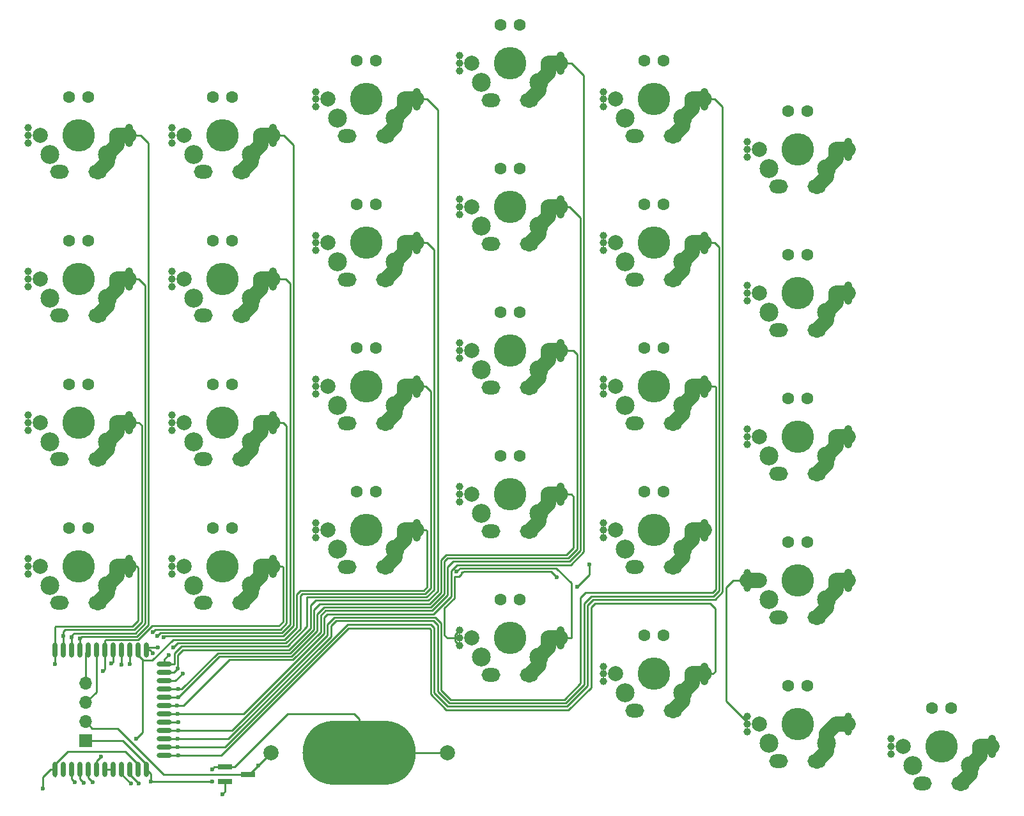
<source format=gtl>
G04 #@! TF.GenerationSoftware,KiCad,Pcbnew,(5.0.1)-3*
G04 #@! TF.CreationDate,2018-11-01T21:26:11+07:00*
G04 #@! TF.ProjectId,atreus_split,6174726575735F73706C69742E6B6963,rev?*
G04 #@! TF.SameCoordinates,Original*
G04 #@! TF.FileFunction,Copper,L1,Top,Signal*
G04 #@! TF.FilePolarity,Positive*
%FSLAX46Y46*%
G04 Gerber Fmt 4.6, Leading zero omitted, Abs format (unit mm)*
G04 Created by KiCad (PCBNEW (5.0.1)-3) date 01-Nov-18 21:26:11*
%MOMM*%
%LPD*%
G01*
G04 APERTURE LIST*
G04 #@! TA.AperFunction,ComponentPad*
%ADD10C,1.600000*%
G04 #@! TD*
G04 #@! TA.AperFunction,ComponentPad*
%ADD11C,1.000000*%
G04 #@! TD*
G04 #@! TA.AperFunction,ComponentPad*
%ADD12C,4.300000*%
G04 #@! TD*
G04 #@! TA.AperFunction,ComponentPad*
%ADD13C,2.000000*%
G04 #@! TD*
G04 #@! TA.AperFunction,ComponentPad*
%ADD14C,2.500000*%
G04 #@! TD*
G04 #@! TA.AperFunction,ComponentPad*
%ADD15O,2.500000X1.800000*%
G04 #@! TD*
G04 #@! TA.AperFunction,SMDPad,CuDef*
%ADD16O,2.000000X0.700000*%
G04 #@! TD*
G04 #@! TA.AperFunction,SMDPad,CuDef*
%ADD17O,0.700000X2.000000*%
G04 #@! TD*
G04 #@! TA.AperFunction,SMDPad,CuDef*
%ADD18O,15.000000X8.500000*%
G04 #@! TD*
G04 #@! TA.AperFunction,ComponentPad*
%ADD19R,1.700000X1.700000*%
G04 #@! TD*
G04 #@! TA.AperFunction,ComponentPad*
%ADD20O,1.700000X1.700000*%
G04 #@! TD*
G04 #@! TA.AperFunction,SMDPad,CuDef*
%ADD21R,1.900000X0.800000*%
G04 #@! TD*
G04 #@! TA.AperFunction,ViaPad*
%ADD22C,0.600000*%
G04 #@! TD*
G04 #@! TA.AperFunction,Conductor*
%ADD23C,0.250000*%
G04 #@! TD*
G04 #@! TA.AperFunction,Conductor*
%ADD24C,2.000000*%
G04 #@! TD*
G04 #@! TA.AperFunction,Conductor*
%ADD25C,1.000000*%
G04 #@! TD*
G04 APERTURE END LIST*
D10*
G04 #@! TO.P,S71,0*
G04 #@! TO.N,N/C*
X151130000Y-114090000D03*
X153670000Y-114090000D03*
D11*
G04 #@! TO.P,S71,2*
G04 #@! TO.N,/S71*
X159100000Y-120170000D03*
X159100000Y-118170000D03*
X159100000Y-119170000D03*
D12*
G04 #@! TO.P,S71,0*
G04 #@! TO.N,N/C*
X152400000Y-119170000D03*
D13*
G04 #@! TO.P,S71,2*
G04 #@! TO.N,/S71*
X157480000Y-119170000D03*
G04 #@! TO.P,S71,1*
G04 #@! TO.N,GND*
X147320000Y-119170000D03*
D14*
G04 #@! TO.P,S71,2*
G04 #@! TO.N,/S71*
X156210000Y-121710000D03*
D15*
G04 #@! TO.P,S71,1*
G04 #@! TO.N,GND*
X149860000Y-124046800D03*
D14*
X148590000Y-121710000D03*
D15*
G04 #@! TO.P,S71,2*
G04 #@! TO.N,/S71*
X154940000Y-124046800D03*
D11*
G04 #@! TO.P,S71,1*
G04 #@! TO.N,GND*
X145700000Y-119170000D03*
X145700000Y-120170000D03*
X145700000Y-118170000D03*
G04 #@! TD*
D10*
G04 #@! TO.P,S65,0*
G04 #@! TO.N,N/C*
X132080000Y-111125000D03*
X134620000Y-111125000D03*
D11*
G04 #@! TO.P,S65,2*
G04 #@! TO.N,/S65*
X140050000Y-117205000D03*
X140050000Y-115205000D03*
X140050000Y-116205000D03*
D12*
G04 #@! TO.P,S65,0*
G04 #@! TO.N,N/C*
X133350000Y-116205000D03*
D13*
G04 #@! TO.P,S65,2*
G04 #@! TO.N,/S65*
X138430000Y-116205000D03*
G04 #@! TO.P,S65,1*
G04 #@! TO.N,GND*
X128270000Y-116205000D03*
D14*
G04 #@! TO.P,S65,2*
G04 #@! TO.N,/S65*
X137160000Y-118745000D03*
D15*
G04 #@! TO.P,S65,1*
G04 #@! TO.N,GND*
X130810000Y-121081800D03*
D14*
X129540000Y-118745000D03*
D15*
G04 #@! TO.P,S65,2*
G04 #@! TO.N,/S65*
X135890000Y-121081800D03*
D11*
G04 #@! TO.P,S65,1*
G04 #@! TO.N,GND*
X126650000Y-116205000D03*
X126650000Y-117205000D03*
X126650000Y-115205000D03*
G04 #@! TD*
D10*
G04 #@! TO.P,S11,0*
G04 #@! TO.N,N/C*
X36830000Y-33020000D03*
X39370000Y-33020000D03*
D11*
G04 #@! TO.P,S11,2*
G04 #@! TO.N,/S11*
X44800000Y-39100000D03*
X44800000Y-37100000D03*
X44800000Y-38100000D03*
D12*
G04 #@! TO.P,S11,0*
G04 #@! TO.N,N/C*
X38100000Y-38100000D03*
D13*
G04 #@! TO.P,S11,2*
G04 #@! TO.N,/S11*
X43180000Y-38100000D03*
G04 #@! TO.P,S11,1*
G04 #@! TO.N,GND*
X33020000Y-38100000D03*
D14*
G04 #@! TO.P,S11,2*
G04 #@! TO.N,/S11*
X41910000Y-40640000D03*
D15*
G04 #@! TO.P,S11,1*
G04 #@! TO.N,GND*
X35560000Y-42976800D03*
D14*
X34290000Y-40640000D03*
D15*
G04 #@! TO.P,S11,2*
G04 #@! TO.N,/S11*
X40640000Y-42976800D03*
D11*
G04 #@! TO.P,S11,1*
G04 #@! TO.N,GND*
X31400000Y-38100000D03*
X31400000Y-39100000D03*
X31400000Y-37100000D03*
G04 #@! TD*
D10*
G04 #@! TO.P,S12,0*
G04 #@! TO.N,N/C*
X36830000Y-52070000D03*
X39370000Y-52070000D03*
D11*
G04 #@! TO.P,S12,2*
G04 #@! TO.N,/S12*
X44800000Y-58150000D03*
X44800000Y-56150000D03*
X44800000Y-57150000D03*
D12*
G04 #@! TO.P,S12,0*
G04 #@! TO.N,N/C*
X38100000Y-57150000D03*
D13*
G04 #@! TO.P,S12,2*
G04 #@! TO.N,/S12*
X43180000Y-57150000D03*
G04 #@! TO.P,S12,1*
G04 #@! TO.N,GND*
X33020000Y-57150000D03*
D14*
G04 #@! TO.P,S12,2*
G04 #@! TO.N,/S12*
X41910000Y-59690000D03*
D15*
G04 #@! TO.P,S12,1*
G04 #@! TO.N,GND*
X35560000Y-62026800D03*
D14*
X34290000Y-59690000D03*
D15*
G04 #@! TO.P,S12,2*
G04 #@! TO.N,/S12*
X40640000Y-62026800D03*
D11*
G04 #@! TO.P,S12,1*
G04 #@! TO.N,GND*
X31400000Y-57150000D03*
X31400000Y-58150000D03*
X31400000Y-56150000D03*
G04 #@! TD*
D10*
G04 #@! TO.P,S13,0*
G04 #@! TO.N,N/C*
X36830000Y-71120000D03*
X39370000Y-71120000D03*
D11*
G04 #@! TO.P,S13,2*
G04 #@! TO.N,/S13*
X44800000Y-77200000D03*
X44800000Y-75200000D03*
X44800000Y-76200000D03*
D12*
G04 #@! TO.P,S13,0*
G04 #@! TO.N,N/C*
X38100000Y-76200000D03*
D13*
G04 #@! TO.P,S13,2*
G04 #@! TO.N,/S13*
X43180000Y-76200000D03*
G04 #@! TO.P,S13,1*
G04 #@! TO.N,GND*
X33020000Y-76200000D03*
D14*
G04 #@! TO.P,S13,2*
G04 #@! TO.N,/S13*
X41910000Y-78740000D03*
D15*
G04 #@! TO.P,S13,1*
G04 #@! TO.N,GND*
X35560000Y-81076800D03*
D14*
X34290000Y-78740000D03*
D15*
G04 #@! TO.P,S13,2*
G04 #@! TO.N,/S13*
X40640000Y-81076800D03*
D11*
G04 #@! TO.P,S13,1*
G04 #@! TO.N,GND*
X31400000Y-76200000D03*
X31400000Y-77200000D03*
X31400000Y-75200000D03*
G04 #@! TD*
D10*
G04 #@! TO.P,S14,0*
G04 #@! TO.N,N/C*
X36830000Y-90170000D03*
X39370000Y-90170000D03*
D11*
G04 #@! TO.P,S14,2*
G04 #@! TO.N,/S14*
X44800000Y-96250000D03*
X44800000Y-94250000D03*
X44800000Y-95250000D03*
D12*
G04 #@! TO.P,S14,0*
G04 #@! TO.N,N/C*
X38100000Y-95250000D03*
D13*
G04 #@! TO.P,S14,2*
G04 #@! TO.N,/S14*
X43180000Y-95250000D03*
G04 #@! TO.P,S14,1*
G04 #@! TO.N,GND*
X33020000Y-95250000D03*
D14*
G04 #@! TO.P,S14,2*
G04 #@! TO.N,/S14*
X41910000Y-97790000D03*
D15*
G04 #@! TO.P,S14,1*
G04 #@! TO.N,GND*
X35560000Y-100126800D03*
D14*
X34290000Y-97790000D03*
D15*
G04 #@! TO.P,S14,2*
G04 #@! TO.N,/S14*
X40640000Y-100126800D03*
D11*
G04 #@! TO.P,S14,1*
G04 #@! TO.N,GND*
X31400000Y-95250000D03*
X31400000Y-96250000D03*
X31400000Y-94250000D03*
G04 #@! TD*
D10*
G04 #@! TO.P,S21,0*
G04 #@! TO.N,N/C*
X55880000Y-33020000D03*
X58420000Y-33020000D03*
D11*
G04 #@! TO.P,S21,2*
G04 #@! TO.N,/S21*
X63850000Y-39100000D03*
X63850000Y-37100000D03*
X63850000Y-38100000D03*
D12*
G04 #@! TO.P,S21,0*
G04 #@! TO.N,N/C*
X57150000Y-38100000D03*
D13*
G04 #@! TO.P,S21,2*
G04 #@! TO.N,/S21*
X62230000Y-38100000D03*
G04 #@! TO.P,S21,1*
G04 #@! TO.N,GND*
X52070000Y-38100000D03*
D14*
G04 #@! TO.P,S21,2*
G04 #@! TO.N,/S21*
X60960000Y-40640000D03*
D15*
G04 #@! TO.P,S21,1*
G04 #@! TO.N,GND*
X54610000Y-42976800D03*
D14*
X53340000Y-40640000D03*
D15*
G04 #@! TO.P,S21,2*
G04 #@! TO.N,/S21*
X59690000Y-42976800D03*
D11*
G04 #@! TO.P,S21,1*
G04 #@! TO.N,GND*
X50450000Y-38100000D03*
X50450000Y-39100000D03*
X50450000Y-37100000D03*
G04 #@! TD*
D10*
G04 #@! TO.P,S22,0*
G04 #@! TO.N,N/C*
X55880000Y-52070000D03*
X58420000Y-52070000D03*
D11*
G04 #@! TO.P,S22,2*
G04 #@! TO.N,/S22*
X63850000Y-58150000D03*
X63850000Y-56150000D03*
X63850000Y-57150000D03*
D12*
G04 #@! TO.P,S22,0*
G04 #@! TO.N,N/C*
X57150000Y-57150000D03*
D13*
G04 #@! TO.P,S22,2*
G04 #@! TO.N,/S22*
X62230000Y-57150000D03*
G04 #@! TO.P,S22,1*
G04 #@! TO.N,GND*
X52070000Y-57150000D03*
D14*
G04 #@! TO.P,S22,2*
G04 #@! TO.N,/S22*
X60960000Y-59690000D03*
D15*
G04 #@! TO.P,S22,1*
G04 #@! TO.N,GND*
X54610000Y-62026800D03*
D14*
X53340000Y-59690000D03*
D15*
G04 #@! TO.P,S22,2*
G04 #@! TO.N,/S22*
X59690000Y-62026800D03*
D11*
G04 #@! TO.P,S22,1*
G04 #@! TO.N,GND*
X50450000Y-57150000D03*
X50450000Y-58150000D03*
X50450000Y-56150000D03*
G04 #@! TD*
D10*
G04 #@! TO.P,S23,0*
G04 #@! TO.N,N/C*
X55880000Y-71120000D03*
X58420000Y-71120000D03*
D11*
G04 #@! TO.P,S23,2*
G04 #@! TO.N,/S23*
X63850000Y-77200000D03*
X63850000Y-75200000D03*
X63850000Y-76200000D03*
D12*
G04 #@! TO.P,S23,0*
G04 #@! TO.N,N/C*
X57150000Y-76200000D03*
D13*
G04 #@! TO.P,S23,2*
G04 #@! TO.N,/S23*
X62230000Y-76200000D03*
G04 #@! TO.P,S23,1*
G04 #@! TO.N,GND*
X52070000Y-76200000D03*
D14*
G04 #@! TO.P,S23,2*
G04 #@! TO.N,/S23*
X60960000Y-78740000D03*
D15*
G04 #@! TO.P,S23,1*
G04 #@! TO.N,GND*
X54610000Y-81076800D03*
D14*
X53340000Y-78740000D03*
D15*
G04 #@! TO.P,S23,2*
G04 #@! TO.N,/S23*
X59690000Y-81076800D03*
D11*
G04 #@! TO.P,S23,1*
G04 #@! TO.N,GND*
X50450000Y-76200000D03*
X50450000Y-77200000D03*
X50450000Y-75200000D03*
G04 #@! TD*
D10*
G04 #@! TO.P,S24,0*
G04 #@! TO.N,N/C*
X55880000Y-90170000D03*
X58420000Y-90170000D03*
D11*
G04 #@! TO.P,S24,2*
G04 #@! TO.N,/S24*
X63850000Y-96250000D03*
X63850000Y-94250000D03*
X63850000Y-95250000D03*
D12*
G04 #@! TO.P,S24,0*
G04 #@! TO.N,N/C*
X57150000Y-95250000D03*
D13*
G04 #@! TO.P,S24,2*
G04 #@! TO.N,/S24*
X62230000Y-95250000D03*
G04 #@! TO.P,S24,1*
G04 #@! TO.N,GND*
X52070000Y-95250000D03*
D14*
G04 #@! TO.P,S24,2*
G04 #@! TO.N,/S24*
X60960000Y-97790000D03*
D15*
G04 #@! TO.P,S24,1*
G04 #@! TO.N,GND*
X54610000Y-100126800D03*
D14*
X53340000Y-97790000D03*
D15*
G04 #@! TO.P,S24,2*
G04 #@! TO.N,/S24*
X59690000Y-100126800D03*
D11*
G04 #@! TO.P,S24,1*
G04 #@! TO.N,GND*
X50450000Y-95250000D03*
X50450000Y-96250000D03*
X50450000Y-94250000D03*
G04 #@! TD*
D10*
G04 #@! TO.P,S31,0*
G04 #@! TO.N,N/C*
X74930000Y-28257500D03*
X77470000Y-28257500D03*
D11*
G04 #@! TO.P,S31,2*
G04 #@! TO.N,/S31*
X82900000Y-34337500D03*
X82900000Y-32337500D03*
X82900000Y-33337500D03*
D12*
G04 #@! TO.P,S31,0*
G04 #@! TO.N,N/C*
X76200000Y-33337500D03*
D13*
G04 #@! TO.P,S31,2*
G04 #@! TO.N,/S31*
X81280000Y-33337500D03*
G04 #@! TO.P,S31,1*
G04 #@! TO.N,GND*
X71120000Y-33337500D03*
D14*
G04 #@! TO.P,S31,2*
G04 #@! TO.N,/S31*
X80010000Y-35877500D03*
D15*
G04 #@! TO.P,S31,1*
G04 #@! TO.N,GND*
X73660000Y-38214300D03*
D14*
X72390000Y-35877500D03*
D15*
G04 #@! TO.P,S31,2*
G04 #@! TO.N,/S31*
X78740000Y-38214300D03*
D11*
G04 #@! TO.P,S31,1*
G04 #@! TO.N,GND*
X69500000Y-33337500D03*
X69500000Y-34337500D03*
X69500000Y-32337500D03*
G04 #@! TD*
D10*
G04 #@! TO.P,S32,0*
G04 #@! TO.N,N/C*
X74930000Y-47307500D03*
X77470000Y-47307500D03*
D11*
G04 #@! TO.P,S32,2*
G04 #@! TO.N,/S32*
X82900000Y-53387500D03*
X82900000Y-51387500D03*
X82900000Y-52387500D03*
D12*
G04 #@! TO.P,S32,0*
G04 #@! TO.N,N/C*
X76200000Y-52387500D03*
D13*
G04 #@! TO.P,S32,2*
G04 #@! TO.N,/S32*
X81280000Y-52387500D03*
G04 #@! TO.P,S32,1*
G04 #@! TO.N,GND*
X71120000Y-52387500D03*
D14*
G04 #@! TO.P,S32,2*
G04 #@! TO.N,/S32*
X80010000Y-54927500D03*
D15*
G04 #@! TO.P,S32,1*
G04 #@! TO.N,GND*
X73660000Y-57264300D03*
D14*
X72390000Y-54927500D03*
D15*
G04 #@! TO.P,S32,2*
G04 #@! TO.N,/S32*
X78740000Y-57264300D03*
D11*
G04 #@! TO.P,S32,1*
G04 #@! TO.N,GND*
X69500000Y-52387500D03*
X69500000Y-53387500D03*
X69500000Y-51387500D03*
G04 #@! TD*
D10*
G04 #@! TO.P,S33,0*
G04 #@! TO.N,N/C*
X74930000Y-66357500D03*
X77470000Y-66357500D03*
D11*
G04 #@! TO.P,S33,2*
G04 #@! TO.N,/S33*
X82900000Y-72437500D03*
X82900000Y-70437500D03*
X82900000Y-71437500D03*
D12*
G04 #@! TO.P,S33,0*
G04 #@! TO.N,N/C*
X76200000Y-71437500D03*
D13*
G04 #@! TO.P,S33,2*
G04 #@! TO.N,/S33*
X81280000Y-71437500D03*
G04 #@! TO.P,S33,1*
G04 #@! TO.N,GND*
X71120000Y-71437500D03*
D14*
G04 #@! TO.P,S33,2*
G04 #@! TO.N,/S33*
X80010000Y-73977500D03*
D15*
G04 #@! TO.P,S33,1*
G04 #@! TO.N,GND*
X73660000Y-76314300D03*
D14*
X72390000Y-73977500D03*
D15*
G04 #@! TO.P,S33,2*
G04 #@! TO.N,/S33*
X78740000Y-76314300D03*
D11*
G04 #@! TO.P,S33,1*
G04 #@! TO.N,GND*
X69500000Y-71437500D03*
X69500000Y-72437500D03*
X69500000Y-70437500D03*
G04 #@! TD*
D10*
G04 #@! TO.P,S34,0*
G04 #@! TO.N,N/C*
X74930000Y-85407500D03*
X77470000Y-85407500D03*
D11*
G04 #@! TO.P,S34,2*
G04 #@! TO.N,/S34*
X82900000Y-91487500D03*
X82900000Y-89487500D03*
X82900000Y-90487500D03*
D12*
G04 #@! TO.P,S34,0*
G04 #@! TO.N,N/C*
X76200000Y-90487500D03*
D13*
G04 #@! TO.P,S34,2*
G04 #@! TO.N,/S34*
X81280000Y-90487500D03*
G04 #@! TO.P,S34,1*
G04 #@! TO.N,GND*
X71120000Y-90487500D03*
D14*
G04 #@! TO.P,S34,2*
G04 #@! TO.N,/S34*
X80010000Y-93027500D03*
D15*
G04 #@! TO.P,S34,1*
G04 #@! TO.N,GND*
X73660000Y-95364300D03*
D14*
X72390000Y-93027500D03*
D15*
G04 #@! TO.P,S34,2*
G04 #@! TO.N,/S34*
X78740000Y-95364300D03*
D11*
G04 #@! TO.P,S34,1*
G04 #@! TO.N,GND*
X69500000Y-90487500D03*
X69500000Y-91487500D03*
X69500000Y-89487500D03*
G04 #@! TD*
D10*
G04 #@! TO.P,S41,0*
G04 #@! TO.N,N/C*
X93980000Y-23495000D03*
X96520000Y-23495000D03*
D11*
G04 #@! TO.P,S41,2*
G04 #@! TO.N,/S41*
X101950000Y-29575000D03*
X101950000Y-27575000D03*
X101950000Y-28575000D03*
D12*
G04 #@! TO.P,S41,0*
G04 #@! TO.N,N/C*
X95250000Y-28575000D03*
D13*
G04 #@! TO.P,S41,2*
G04 #@! TO.N,/S41*
X100330000Y-28575000D03*
G04 #@! TO.P,S41,1*
G04 #@! TO.N,GND*
X90170000Y-28575000D03*
D14*
G04 #@! TO.P,S41,2*
G04 #@! TO.N,/S41*
X99060000Y-31115000D03*
D15*
G04 #@! TO.P,S41,1*
G04 #@! TO.N,GND*
X92710000Y-33451800D03*
D14*
X91440000Y-31115000D03*
D15*
G04 #@! TO.P,S41,2*
G04 #@! TO.N,/S41*
X97790000Y-33451800D03*
D11*
G04 #@! TO.P,S41,1*
G04 #@! TO.N,GND*
X88550000Y-28575000D03*
X88550000Y-29575000D03*
X88550000Y-27575000D03*
G04 #@! TD*
D10*
G04 #@! TO.P,S42,0*
G04 #@! TO.N,N/C*
X93980000Y-42545000D03*
X96520000Y-42545000D03*
D11*
G04 #@! TO.P,S42,2*
G04 #@! TO.N,/S42*
X101950000Y-48625000D03*
X101950000Y-46625000D03*
X101950000Y-47625000D03*
D12*
G04 #@! TO.P,S42,0*
G04 #@! TO.N,N/C*
X95250000Y-47625000D03*
D13*
G04 #@! TO.P,S42,2*
G04 #@! TO.N,/S42*
X100330000Y-47625000D03*
G04 #@! TO.P,S42,1*
G04 #@! TO.N,GND*
X90170000Y-47625000D03*
D14*
G04 #@! TO.P,S42,2*
G04 #@! TO.N,/S42*
X99060000Y-50165000D03*
D15*
G04 #@! TO.P,S42,1*
G04 #@! TO.N,GND*
X92710000Y-52501800D03*
D14*
X91440000Y-50165000D03*
D15*
G04 #@! TO.P,S42,2*
G04 #@! TO.N,/S42*
X97790000Y-52501800D03*
D11*
G04 #@! TO.P,S42,1*
G04 #@! TO.N,GND*
X88550000Y-47625000D03*
X88550000Y-48625000D03*
X88550000Y-46625000D03*
G04 #@! TD*
D10*
G04 #@! TO.P,S43,0*
G04 #@! TO.N,N/C*
X93980000Y-61595000D03*
X96520000Y-61595000D03*
D11*
G04 #@! TO.P,S43,2*
G04 #@! TO.N,/S43*
X101950000Y-67675000D03*
X101950000Y-65675000D03*
X101950000Y-66675000D03*
D12*
G04 #@! TO.P,S43,0*
G04 #@! TO.N,N/C*
X95250000Y-66675000D03*
D13*
G04 #@! TO.P,S43,2*
G04 #@! TO.N,/S43*
X100330000Y-66675000D03*
G04 #@! TO.P,S43,1*
G04 #@! TO.N,GND*
X90170000Y-66675000D03*
D14*
G04 #@! TO.P,S43,2*
G04 #@! TO.N,/S43*
X99060000Y-69215000D03*
D15*
G04 #@! TO.P,S43,1*
G04 #@! TO.N,GND*
X92710000Y-71551800D03*
D14*
X91440000Y-69215000D03*
D15*
G04 #@! TO.P,S43,2*
G04 #@! TO.N,/S43*
X97790000Y-71551800D03*
D11*
G04 #@! TO.P,S43,1*
G04 #@! TO.N,GND*
X88550000Y-66675000D03*
X88550000Y-67675000D03*
X88550000Y-65675000D03*
G04 #@! TD*
D10*
G04 #@! TO.P,S44,0*
G04 #@! TO.N,N/C*
X93980000Y-80645000D03*
X96520000Y-80645000D03*
D11*
G04 #@! TO.P,S44,2*
G04 #@! TO.N,/S44*
X101950000Y-86725000D03*
X101950000Y-84725000D03*
X101950000Y-85725000D03*
D12*
G04 #@! TO.P,S44,0*
G04 #@! TO.N,N/C*
X95250000Y-85725000D03*
D13*
G04 #@! TO.P,S44,2*
G04 #@! TO.N,/S44*
X100330000Y-85725000D03*
G04 #@! TO.P,S44,1*
G04 #@! TO.N,GND*
X90170000Y-85725000D03*
D14*
G04 #@! TO.P,S44,2*
G04 #@! TO.N,/S44*
X99060000Y-88265000D03*
D15*
G04 #@! TO.P,S44,1*
G04 #@! TO.N,GND*
X92710000Y-90601800D03*
D14*
X91440000Y-88265000D03*
D15*
G04 #@! TO.P,S44,2*
G04 #@! TO.N,/S44*
X97790000Y-90601800D03*
D11*
G04 #@! TO.P,S44,1*
G04 #@! TO.N,GND*
X88550000Y-85725000D03*
X88550000Y-86725000D03*
X88550000Y-84725000D03*
G04 #@! TD*
D10*
G04 #@! TO.P,S45,0*
G04 #@! TO.N,N/C*
X93980000Y-99695000D03*
X96520000Y-99695000D03*
D11*
G04 #@! TO.P,S45,2*
G04 #@! TO.N,/S45*
X101950000Y-105775000D03*
X101950000Y-103775000D03*
X101950000Y-104775000D03*
D12*
G04 #@! TO.P,S45,0*
G04 #@! TO.N,N/C*
X95250000Y-104775000D03*
D13*
G04 #@! TO.P,S45,2*
G04 #@! TO.N,/S45*
X100330000Y-104775000D03*
G04 #@! TO.P,S45,1*
G04 #@! TO.N,GND*
X90170000Y-104775000D03*
D14*
G04 #@! TO.P,S45,2*
G04 #@! TO.N,/S45*
X99060000Y-107315000D03*
D15*
G04 #@! TO.P,S45,1*
G04 #@! TO.N,GND*
X92710000Y-109651800D03*
D14*
X91440000Y-107315000D03*
D15*
G04 #@! TO.P,S45,2*
G04 #@! TO.N,/S45*
X97790000Y-109651800D03*
D11*
G04 #@! TO.P,S45,1*
G04 #@! TO.N,GND*
X88550000Y-104775000D03*
X88550000Y-105775000D03*
X88550000Y-103775000D03*
G04 #@! TD*
D10*
G04 #@! TO.P,S51,0*
G04 #@! TO.N,N/C*
X113030000Y-28257500D03*
X115570000Y-28257500D03*
D11*
G04 #@! TO.P,S51,2*
G04 #@! TO.N,/S51*
X121000000Y-34337500D03*
X121000000Y-32337500D03*
X121000000Y-33337500D03*
D12*
G04 #@! TO.P,S51,0*
G04 #@! TO.N,N/C*
X114300000Y-33337500D03*
D13*
G04 #@! TO.P,S51,2*
G04 #@! TO.N,/S51*
X119380000Y-33337500D03*
G04 #@! TO.P,S51,1*
G04 #@! TO.N,GND*
X109220000Y-33337500D03*
D14*
G04 #@! TO.P,S51,2*
G04 #@! TO.N,/S51*
X118110000Y-35877500D03*
D15*
G04 #@! TO.P,S51,1*
G04 #@! TO.N,GND*
X111760000Y-38214300D03*
D14*
X110490000Y-35877500D03*
D15*
G04 #@! TO.P,S51,2*
G04 #@! TO.N,/S51*
X116840000Y-38214300D03*
D11*
G04 #@! TO.P,S51,1*
G04 #@! TO.N,GND*
X107600000Y-33337500D03*
X107600000Y-34337500D03*
X107600000Y-32337500D03*
G04 #@! TD*
D10*
G04 #@! TO.P,S52,0*
G04 #@! TO.N,N/C*
X113030000Y-47307500D03*
X115570000Y-47307500D03*
D11*
G04 #@! TO.P,S52,2*
G04 #@! TO.N,/S52*
X121000000Y-53387500D03*
X121000000Y-51387500D03*
X121000000Y-52387500D03*
D12*
G04 #@! TO.P,S52,0*
G04 #@! TO.N,N/C*
X114300000Y-52387500D03*
D13*
G04 #@! TO.P,S52,2*
G04 #@! TO.N,/S52*
X119380000Y-52387500D03*
G04 #@! TO.P,S52,1*
G04 #@! TO.N,GND*
X109220000Y-52387500D03*
D14*
G04 #@! TO.P,S52,2*
G04 #@! TO.N,/S52*
X118110000Y-54927500D03*
D15*
G04 #@! TO.P,S52,1*
G04 #@! TO.N,GND*
X111760000Y-57264300D03*
D14*
X110490000Y-54927500D03*
D15*
G04 #@! TO.P,S52,2*
G04 #@! TO.N,/S52*
X116840000Y-57264300D03*
D11*
G04 #@! TO.P,S52,1*
G04 #@! TO.N,GND*
X107600000Y-52387500D03*
X107600000Y-53387500D03*
X107600000Y-51387500D03*
G04 #@! TD*
D10*
G04 #@! TO.P,S53,0*
G04 #@! TO.N,N/C*
X113030000Y-66357500D03*
X115570000Y-66357500D03*
D11*
G04 #@! TO.P,S53,2*
G04 #@! TO.N,/S53*
X121000000Y-72437500D03*
X121000000Y-70437500D03*
X121000000Y-71437500D03*
D12*
G04 #@! TO.P,S53,0*
G04 #@! TO.N,N/C*
X114300000Y-71437500D03*
D13*
G04 #@! TO.P,S53,2*
G04 #@! TO.N,/S53*
X119380000Y-71437500D03*
G04 #@! TO.P,S53,1*
G04 #@! TO.N,GND*
X109220000Y-71437500D03*
D14*
G04 #@! TO.P,S53,2*
G04 #@! TO.N,/S53*
X118110000Y-73977500D03*
D15*
G04 #@! TO.P,S53,1*
G04 #@! TO.N,GND*
X111760000Y-76314300D03*
D14*
X110490000Y-73977500D03*
D15*
G04 #@! TO.P,S53,2*
G04 #@! TO.N,/S53*
X116840000Y-76314300D03*
D11*
G04 #@! TO.P,S53,1*
G04 #@! TO.N,GND*
X107600000Y-71437500D03*
X107600000Y-72437500D03*
X107600000Y-70437500D03*
G04 #@! TD*
D10*
G04 #@! TO.P,S54,0*
G04 #@! TO.N,N/C*
X113030000Y-85407500D03*
X115570000Y-85407500D03*
D11*
G04 #@! TO.P,S54,2*
G04 #@! TO.N,/S54*
X121000000Y-91487500D03*
X121000000Y-89487500D03*
X121000000Y-90487500D03*
D12*
G04 #@! TO.P,S54,0*
G04 #@! TO.N,N/C*
X114300000Y-90487500D03*
D13*
G04 #@! TO.P,S54,2*
G04 #@! TO.N,/S54*
X119380000Y-90487500D03*
G04 #@! TO.P,S54,1*
G04 #@! TO.N,GND*
X109220000Y-90487500D03*
D14*
G04 #@! TO.P,S54,2*
G04 #@! TO.N,/S54*
X118110000Y-93027500D03*
D15*
G04 #@! TO.P,S54,1*
G04 #@! TO.N,GND*
X111760000Y-95364300D03*
D14*
X110490000Y-93027500D03*
D15*
G04 #@! TO.P,S54,2*
G04 #@! TO.N,/S54*
X116840000Y-95364300D03*
D11*
G04 #@! TO.P,S54,1*
G04 #@! TO.N,GND*
X107600000Y-90487500D03*
X107600000Y-91487500D03*
X107600000Y-89487500D03*
G04 #@! TD*
D10*
G04 #@! TO.P,S55,0*
G04 #@! TO.N,N/C*
X113030000Y-104457500D03*
X115570000Y-104457500D03*
D11*
G04 #@! TO.P,S55,2*
G04 #@! TO.N,/S55*
X121000000Y-110537500D03*
X121000000Y-108537500D03*
X121000000Y-109537500D03*
D12*
G04 #@! TO.P,S55,0*
G04 #@! TO.N,N/C*
X114300000Y-109537500D03*
D13*
G04 #@! TO.P,S55,2*
G04 #@! TO.N,/S55*
X119380000Y-109537500D03*
G04 #@! TO.P,S55,1*
G04 #@! TO.N,GND*
X109220000Y-109537500D03*
D14*
G04 #@! TO.P,S55,2*
G04 #@! TO.N,/S55*
X118110000Y-112077500D03*
D15*
G04 #@! TO.P,S55,1*
G04 #@! TO.N,GND*
X111760000Y-114414300D03*
D14*
X110490000Y-112077500D03*
D15*
G04 #@! TO.P,S55,2*
G04 #@! TO.N,/S55*
X116840000Y-114414300D03*
D11*
G04 #@! TO.P,S55,1*
G04 #@! TO.N,GND*
X107600000Y-109537500D03*
X107600000Y-110537500D03*
X107600000Y-108537500D03*
G04 #@! TD*
D10*
G04 #@! TO.P,S61,0*
G04 #@! TO.N,N/C*
X132080000Y-34925000D03*
X134620000Y-34925000D03*
D11*
G04 #@! TO.P,S61,2*
G04 #@! TO.N,/S61*
X140050000Y-41005000D03*
X140050000Y-39005000D03*
X140050000Y-40005000D03*
D12*
G04 #@! TO.P,S61,0*
G04 #@! TO.N,N/C*
X133350000Y-40005000D03*
D13*
G04 #@! TO.P,S61,2*
G04 #@! TO.N,/S61*
X138430000Y-40005000D03*
G04 #@! TO.P,S61,1*
G04 #@! TO.N,GND*
X128270000Y-40005000D03*
D14*
G04 #@! TO.P,S61,2*
G04 #@! TO.N,/S61*
X137160000Y-42545000D03*
D15*
G04 #@! TO.P,S61,1*
G04 #@! TO.N,GND*
X130810000Y-44881800D03*
D14*
X129540000Y-42545000D03*
D15*
G04 #@! TO.P,S61,2*
G04 #@! TO.N,/S61*
X135890000Y-44881800D03*
D11*
G04 #@! TO.P,S61,1*
G04 #@! TO.N,GND*
X126650000Y-40005000D03*
X126650000Y-41005000D03*
X126650000Y-39005000D03*
G04 #@! TD*
D10*
G04 #@! TO.P,S62,0*
G04 #@! TO.N,N/C*
X132080000Y-53975000D03*
X134620000Y-53975000D03*
D11*
G04 #@! TO.P,S62,2*
G04 #@! TO.N,/S62*
X140050000Y-60055000D03*
X140050000Y-58055000D03*
X140050000Y-59055000D03*
D12*
G04 #@! TO.P,S62,0*
G04 #@! TO.N,N/C*
X133350000Y-59055000D03*
D13*
G04 #@! TO.P,S62,2*
G04 #@! TO.N,/S62*
X138430000Y-59055000D03*
G04 #@! TO.P,S62,1*
G04 #@! TO.N,GND*
X128270000Y-59055000D03*
D14*
G04 #@! TO.P,S62,2*
G04 #@! TO.N,/S62*
X137160000Y-61595000D03*
D15*
G04 #@! TO.P,S62,1*
G04 #@! TO.N,GND*
X130810000Y-63931800D03*
D14*
X129540000Y-61595000D03*
D15*
G04 #@! TO.P,S62,2*
G04 #@! TO.N,/S62*
X135890000Y-63931800D03*
D11*
G04 #@! TO.P,S62,1*
G04 #@! TO.N,GND*
X126650000Y-59055000D03*
X126650000Y-60055000D03*
X126650000Y-58055000D03*
G04 #@! TD*
D10*
G04 #@! TO.P,S63,0*
G04 #@! TO.N,N/C*
X132080000Y-73025000D03*
X134620000Y-73025000D03*
D11*
G04 #@! TO.P,S63,2*
G04 #@! TO.N,/S63*
X140050000Y-79105000D03*
X140050000Y-77105000D03*
X140050000Y-78105000D03*
D12*
G04 #@! TO.P,S63,0*
G04 #@! TO.N,N/C*
X133350000Y-78105000D03*
D13*
G04 #@! TO.P,S63,2*
G04 #@! TO.N,/S63*
X138430000Y-78105000D03*
G04 #@! TO.P,S63,1*
G04 #@! TO.N,GND*
X128270000Y-78105000D03*
D14*
G04 #@! TO.P,S63,2*
G04 #@! TO.N,/S63*
X137160000Y-80645000D03*
D15*
G04 #@! TO.P,S63,1*
G04 #@! TO.N,GND*
X130810000Y-82981800D03*
D14*
X129540000Y-80645000D03*
D15*
G04 #@! TO.P,S63,2*
G04 #@! TO.N,/S63*
X135890000Y-82981800D03*
D11*
G04 #@! TO.P,S63,1*
G04 #@! TO.N,GND*
X126650000Y-78105000D03*
X126650000Y-79105000D03*
X126650000Y-77105000D03*
G04 #@! TD*
D10*
G04 #@! TO.P,S64,0*
G04 #@! TO.N,N/C*
X132080000Y-92075000D03*
X134620000Y-92075000D03*
D11*
G04 #@! TO.P,S64,2*
G04 #@! TO.N,/S64*
X140050000Y-98155000D03*
X140050000Y-96155000D03*
X140050000Y-97155000D03*
D12*
G04 #@! TO.P,S64,0*
G04 #@! TO.N,N/C*
X133350000Y-97155000D03*
D13*
G04 #@! TO.P,S64,2*
G04 #@! TO.N,/S64*
X138430000Y-97155000D03*
G04 #@! TO.P,S64,1*
G04 #@! TO.N,GND*
X128270000Y-97155000D03*
D14*
G04 #@! TO.P,S64,2*
G04 #@! TO.N,/S64*
X137160000Y-99695000D03*
D15*
G04 #@! TO.P,S64,1*
G04 #@! TO.N,GND*
X130810000Y-102031800D03*
D14*
X129540000Y-99695000D03*
D15*
G04 #@! TO.P,S64,2*
G04 #@! TO.N,/S64*
X135890000Y-102031800D03*
D11*
G04 #@! TO.P,S64,1*
G04 #@! TO.N,GND*
X126650000Y-97155000D03*
X126650000Y-98155000D03*
X126650000Y-96155000D03*
G04 #@! TD*
D16*
G04 #@! TO.P,D2,P10*
G04 #@! TO.N,/S32*
X49452500Y-108250000D03*
G04 #@! TO.P,D2,P09*
G04 #@! TO.N,/S31*
X49452500Y-109350000D03*
G04 #@! TO.P,D2,P08*
G04 #@! TO.N,/S45*
X49452500Y-110450000D03*
G04 #@! TO.P,D2,P07*
G04 #@! TO.N,/S44*
X49452500Y-111550000D03*
G04 #@! TO.P,D2,P06*
G04 #@! TO.N,/S43*
X49452500Y-112650000D03*
G04 #@! TO.P,D2,P05*
G04 #@! TO.N,/S42*
X49452500Y-113750000D03*
G04 #@! TO.P,D2,P04*
G04 #@! TO.N,/S41*
X49452500Y-114850000D03*
G04 #@! TO.P,D2,P03*
G04 #@! TO.N,/S54*
X49452500Y-115950000D03*
G04 #@! TO.P,D2,P02*
G04 #@! TO.N,/S53*
X49452500Y-117050000D03*
G04 #@! TO.P,D2,P01*
G04 #@! TO.N,/S52*
X49452500Y-118150000D03*
G04 #@! TO.P,D2,P00*
G04 #@! TO.N,/S51*
X49452500Y-119250000D03*
G04 #@! TO.P,D2,P30*
G04 #@! TO.N,/S55*
X49452500Y-120350000D03*
D17*
G04 #@! TO.P,D2,P11*
G04 #@! TO.N,/S33*
X47052500Y-106400000D03*
G04 #@! TO.P,D2,P12*
G04 #@! TO.N,/S34*
X45952500Y-106400000D03*
G04 #@! TO.P,D2,P13*
G04 #@! TO.N,/S21*
X44852500Y-106400000D03*
G04 #@! TO.P,D2,P14*
G04 #@! TO.N,/S22*
X43752500Y-106400000D03*
G04 #@! TO.P,D2,P15*
G04 #@! TO.N,/S23*
X42652500Y-106400000D03*
G04 #@! TO.P,D2,P16*
G04 #@! TO.N,/S24*
X41552500Y-106400000D03*
G04 #@! TO.P,D2,SWD*
G04 #@! TO.N,/SWDIO*
X40452500Y-106400000D03*
G04 #@! TO.P,D2,SCK*
G04 #@! TO.N,/SWCLK*
X39352500Y-106400000D03*
G04 #@! TO.P,D2,P17*
G04 #@! TO.N,/S11*
X38252500Y-106400000D03*
G04 #@! TO.P,D2,P18*
G04 #@! TO.N,/S12*
X37152500Y-106400000D03*
G04 #@! TO.P,D2,P19*
G04 #@! TO.N,/S13*
X36052500Y-106400000D03*
G04 #@! TO.P,D2,P20*
G04 #@! TO.N,/S14*
X34952500Y-106400000D03*
G04 #@! TO.P,D2,VCC*
G04 #@! TO.N,/VCC*
X47052500Y-122200000D03*
G04 #@! TO.P,D2,GND*
G04 #@! TO.N,GND*
X45952500Y-122200000D03*
G04 #@! TO.P,D2,P29*
G04 #@! TO.N,/S61*
X44852500Y-122200000D03*
G04 #@! TO.P,D2,P28*
G04 #@! TO.N,/S62*
X43752500Y-122200000D03*
G04 #@! TO.P,D2,NC*
G04 #@! TO.N,Net-(D2-PadNC)*
X42652500Y-122200000D03*
X41552500Y-122200000D03*
G04 #@! TO.P,D2,P25*
G04 #@! TO.N,/S63*
X40452500Y-122200000D03*
G04 #@! TO.P,D2,P24*
G04 #@! TO.N,/S64*
X39352500Y-122200000D03*
G04 #@! TO.P,D2,P23*
G04 #@! TO.N,/S65*
X38252500Y-122200000D03*
G04 #@! TO.P,D2,P22*
G04 #@! TO.N,/S71*
X37152500Y-122200000D03*
G04 #@! TO.P,D2,P21*
G04 #@! TO.N,N/C*
X36052500Y-122200000D03*
G04 #@! TO.P,D2,GND*
G04 #@! TO.N,GND*
X34952500Y-122200000D03*
G04 #@! TD*
D13*
G04 #@! TO.P,BT1,2*
G04 #@! TO.N,/GND_P*
X63547500Y-120015000D03*
G04 #@! TO.P,BT1,1*
G04 #@! TO.N,/VCC*
X86947500Y-120015000D03*
D18*
X75247500Y-120015000D03*
G04 #@! TD*
D19*
G04 #@! TO.P,J1,1*
G04 #@! TO.N,/VCC*
X39052500Y-118427500D03*
D20*
G04 #@! TO.P,J1,2*
G04 #@! TO.N,/GND_P*
X39052500Y-115887500D03*
G04 #@! TO.P,J1,3*
G04 #@! TO.N,/SWDIO*
X39052500Y-113347500D03*
G04 #@! TO.P,J1,4*
G04 #@! TO.N,/SWCLK*
X39052500Y-110807500D03*
G04 #@! TD*
D21*
G04 #@! TO.P,Q1,2*
G04 #@! TO.N,/VCC*
X57500000Y-121900000D03*
G04 #@! TO.P,Q1,1*
G04 #@! TO.N,GND*
X57500000Y-123800000D03*
G04 #@! TO.P,Q1,3*
G04 #@! TO.N,/GND_P*
X60500000Y-122850000D03*
G04 #@! TD*
D22*
G04 #@! TO.N,/GND_P*
X61912500Y-121650000D03*
G04 #@! TO.N,/VCC*
X55760000Y-122180000D03*
X55780000Y-123830000D03*
X47625000Y-123825000D03*
G04 #@! TO.N,GND*
X57110000Y-125500000D03*
X105720000Y-95020000D03*
X104130197Y-97950492D03*
X101453058Y-96750010D03*
X33337500Y-124777500D03*
G04 #@! TO.N,/S11*
X38252500Y-104822500D03*
G04 #@! TO.N,/S12*
X37152500Y-104675000D03*
G04 #@! TO.N,/S13*
X36052500Y-104475000D03*
G04 #@! TO.N,/S14*
X34950000Y-108230000D03*
G04 #@! TO.N,/S21*
X44850000Y-108250000D03*
X49325000Y-104700020D03*
G04 #@! TO.N,/S22*
X43750000Y-108275000D03*
X48480448Y-104530448D03*
G04 #@! TO.N,/S23*
X42400000Y-108175000D03*
X47914762Y-103964762D03*
G04 #@! TO.N,/S24*
X41275000Y-109175000D03*
G04 #@! TO.N,/S31*
X51200011Y-108852489D03*
G04 #@! TO.N,/S32*
X50025000Y-107000000D03*
G04 #@! TO.N,/S33*
X47933078Y-106758078D03*
X48575000Y-106000000D03*
X50625000Y-106000000D03*
G04 #@! TO.N,/S34*
X45720000Y-118110000D03*
G04 #@! TO.N,/S41*
X51175000Y-114850000D03*
G04 #@! TO.N,/S42*
X51100000Y-113750000D03*
G04 #@! TO.N,/S43*
X51286410Y-112650000D03*
G04 #@! TO.N,/S44*
X51275000Y-111550000D03*
G04 #@! TO.N,/S45*
X51875000Y-109475000D03*
X88141942Y-95991942D03*
G04 #@! TO.N,/S51*
X51225000Y-119250000D03*
G04 #@! TO.N,/S52*
X51200000Y-118150000D03*
G04 #@! TO.N,/S53*
X51250000Y-117050000D03*
G04 #@! TO.N,/S54*
X51250000Y-115950000D03*
G04 #@! TO.N,/S55*
X51250000Y-120350000D03*
G04 #@! TO.N,/S61*
X46077500Y-124075000D03*
G04 #@! TO.N,/S62*
X45002500Y-124100000D03*
G04 #@! TO.N,/S63*
X41077500Y-120475000D03*
G04 #@! TO.N,/S64*
X39925000Y-123850000D03*
G04 #@! TO.N,/S65*
X38750000Y-123947500D03*
G04 #@! TO.N,/S71*
X37602500Y-123900000D03*
G04 #@! TD*
D23*
G04 #@! TO.N,/GND_P*
X63547500Y-120015000D02*
X61912500Y-121650000D01*
X61912500Y-121650000D02*
X60690000Y-122872500D01*
X60690000Y-122872500D02*
X60555000Y-122872500D01*
X43212499Y-116737499D02*
X49347500Y-122872500D01*
X49347500Y-122872500D02*
X60555000Y-122872500D01*
X39052500Y-115887500D02*
X39902499Y-116737499D01*
X39902499Y-116737499D02*
X43212499Y-116737499D01*
G04 #@! TO.N,/VCC*
X74552500Y-114820000D02*
X65780000Y-114820000D01*
X65780000Y-114820000D02*
X58700000Y-121900000D01*
X58700000Y-121900000D02*
X57500000Y-121900000D01*
X75247500Y-120015000D02*
X75247500Y-115515000D01*
X75247500Y-115515000D02*
X74552500Y-114820000D01*
X86947500Y-120015000D02*
X75247500Y-120015000D01*
X55760000Y-122180000D02*
X56040000Y-121900000D01*
X56040000Y-121900000D02*
X57500000Y-121900000D01*
X55245000Y-123825000D02*
X55775000Y-123825000D01*
X55775000Y-123825000D02*
X55780000Y-123830000D01*
X71997500Y-120015000D02*
X75247500Y-120015000D01*
X55245000Y-123825000D02*
X54820736Y-123825000D01*
X54820736Y-123825000D02*
X47625000Y-123825000D01*
X39052500Y-118427500D02*
X43930000Y-118427500D01*
X43930000Y-118427500D02*
X47052500Y-121550000D01*
X47052500Y-121550000D02*
X47052500Y-122200000D01*
X47625000Y-123825000D02*
X47625000Y-122772500D01*
X47625000Y-122772500D02*
X47052500Y-122200000D01*
X55247500Y-123822500D02*
X55245000Y-123825000D01*
G04 #@! TO.N,GND*
X57500000Y-123800000D02*
X57500000Y-125110000D01*
X57500000Y-125110000D02*
X57110000Y-125500000D01*
X88550000Y-105775000D02*
X87950000Y-105175000D01*
X87950000Y-105175000D02*
X87950000Y-104775000D01*
X88550000Y-104775000D02*
X87950000Y-104775000D01*
X87950000Y-104775000D02*
X87630000Y-104775000D01*
X88550000Y-103775000D02*
X87950000Y-104375000D01*
X87950000Y-104375000D02*
X87950000Y-104775000D01*
X125180000Y-97155000D02*
X124970000Y-97155000D01*
X124970000Y-97155000D02*
X124777500Y-97155000D01*
X126650000Y-96155000D02*
X125650000Y-97155000D01*
X125650000Y-97155000D02*
X124970000Y-97155000D01*
X126650000Y-98155000D02*
X125650000Y-97155000D01*
X125650000Y-97155000D02*
X125180000Y-97155000D01*
X126650000Y-97155000D02*
X125180000Y-97155000D01*
X104130197Y-97950492D02*
X105720000Y-96360689D01*
X105720000Y-96360689D02*
X105720000Y-95020000D01*
X99780000Y-95975050D02*
X100678098Y-95975050D01*
X100678098Y-95975050D02*
X101453058Y-96750010D01*
X96700000Y-95975050D02*
X99780000Y-95975050D01*
X92690000Y-95975050D02*
X96700000Y-95975050D01*
X91340000Y-95975050D02*
X92690000Y-95975050D01*
X89084950Y-95975050D02*
X91340000Y-95975050D01*
X88766943Y-96003351D02*
X89056649Y-96003351D01*
X89056649Y-96003351D02*
X89084950Y-95975050D01*
X87875046Y-96620000D02*
X88438886Y-96620000D01*
X88438886Y-96620000D02*
X88766943Y-96291943D01*
X88766943Y-96291943D02*
X88766943Y-96003351D01*
X87875045Y-99466233D02*
X87875046Y-96620000D01*
X86525010Y-104395010D02*
X86525010Y-100816270D01*
X86525010Y-100816270D02*
X87875045Y-99466233D01*
X86905000Y-104775000D02*
X86525010Y-104395010D01*
X87090010Y-104775000D02*
X86905000Y-104775000D01*
X88550000Y-104775000D02*
X87090010Y-104775000D01*
X124777500Y-97155000D02*
X123825028Y-98107472D01*
X33337500Y-123215000D02*
X33337500Y-124777500D01*
X34952500Y-122200000D02*
X34352500Y-122200000D01*
X34352500Y-122200000D02*
X33337500Y-123215000D01*
X45952500Y-122200000D02*
X45952500Y-121550000D01*
X45952500Y-121550000D02*
X44252499Y-119849999D01*
X44252499Y-119849999D02*
X36652501Y-119849999D01*
X36652501Y-119849999D02*
X34952500Y-121550000D01*
X34952500Y-121550000D02*
X34952500Y-122200000D01*
X34952500Y-122200000D02*
X34952500Y-123162500D01*
D24*
X126650000Y-97155000D02*
X128270000Y-97155000D01*
D23*
X126677010Y-115964549D02*
X126677010Y-116205000D01*
X123825028Y-113112567D02*
X126677010Y-115964549D01*
X123825028Y-98107472D02*
X123825028Y-113112567D01*
D25*
G04 #@! TO.N,/S11*
X44800000Y-37100000D02*
X44800000Y-39100000D01*
D23*
X44800000Y-38100000D02*
X46300000Y-38100000D01*
X46300000Y-38100000D02*
X47325028Y-39125028D01*
X47325028Y-39125028D02*
X47325027Y-103034203D01*
X47325027Y-103034203D02*
X45784200Y-104575030D01*
X45784200Y-104575030D02*
X38499970Y-104575030D01*
X38499970Y-104575030D02*
X38252500Y-104822500D01*
X38252500Y-104822500D02*
X38252500Y-106400000D01*
D24*
X41910000Y-40640000D02*
X41910000Y-41706800D01*
X41910000Y-41706800D02*
X40640000Y-42976800D01*
X43180000Y-38100000D02*
X43180000Y-39370000D01*
X43180000Y-39370000D02*
X41910000Y-40640000D01*
X44800000Y-38100000D02*
X43180000Y-38100000D01*
D25*
G04 #@! TO.N,/S12*
X44800000Y-56150000D02*
X44800000Y-58150000D01*
D23*
X37152500Y-104447500D02*
X37152500Y-104675000D01*
X37152500Y-104675000D02*
X37152500Y-106400000D01*
X37474980Y-104125020D02*
X37152500Y-104447500D01*
X45597800Y-104125020D02*
X37474980Y-104125020D01*
X46025000Y-57150000D02*
X46875019Y-58000019D01*
X46875019Y-58000019D02*
X46875018Y-102847802D01*
X46875018Y-102847802D02*
X45597800Y-104125020D01*
X44800000Y-57150000D02*
X46025000Y-57150000D01*
D24*
X41910000Y-59690000D02*
X41910000Y-60756800D01*
X41910000Y-60756800D02*
X40640000Y-62026800D01*
X43180000Y-57150000D02*
X43180000Y-58420000D01*
X43180000Y-58420000D02*
X41910000Y-59690000D01*
X44800000Y-57150000D02*
X43180000Y-57150000D01*
D25*
G04 #@! TO.N,/S13*
X44800000Y-75200000D02*
X44800000Y-77200000D01*
D23*
X36052500Y-103947500D02*
X36052500Y-104475000D01*
X36052500Y-104475000D02*
X36052500Y-106400000D01*
X36324990Y-103675010D02*
X36052500Y-103947500D01*
X45411400Y-103675010D02*
X36324990Y-103675010D01*
X46075000Y-76200000D02*
X46425010Y-76550010D01*
X46425010Y-76550010D02*
X46425009Y-102661401D01*
X46425009Y-102661401D02*
X45411400Y-103675010D01*
X44800000Y-76200000D02*
X46075000Y-76200000D01*
D24*
X41910000Y-78740000D02*
X41910000Y-79806800D01*
X41910000Y-79806800D02*
X40640000Y-81076800D01*
X43180000Y-76200000D02*
X43180000Y-77470000D01*
X43180000Y-77470000D02*
X41910000Y-78740000D01*
X44800000Y-76200000D02*
X43180000Y-76200000D01*
D25*
G04 #@! TO.N,/S14*
X44800000Y-94250000D02*
X44800000Y-96250000D01*
D23*
X34950000Y-108230000D02*
X34950000Y-106402500D01*
X34950000Y-106402500D02*
X34952500Y-106400000D01*
X44800000Y-95250000D02*
X45800000Y-95250000D01*
X45800000Y-95250000D02*
X45975000Y-95425000D01*
X45975000Y-95425000D02*
X45975000Y-102475000D01*
X45975000Y-102475000D02*
X45225000Y-103225000D01*
X45225000Y-103225000D02*
X35050000Y-103225000D01*
X35050000Y-103225000D02*
X34952500Y-103322500D01*
X34952500Y-103322500D02*
X34952500Y-106400000D01*
D24*
X41910000Y-97790000D02*
X41910000Y-98856800D01*
X41910000Y-98856800D02*
X40640000Y-100126800D01*
X43180000Y-95250000D02*
X43180000Y-96520000D01*
X43180000Y-96520000D02*
X41910000Y-97790000D01*
X44800000Y-95250000D02*
X43180000Y-95250000D01*
D25*
G04 #@! TO.N,/S21*
X63850000Y-37100000D02*
X63850000Y-39100000D01*
D23*
X44852500Y-106400000D02*
X44852500Y-108247500D01*
X44852500Y-108247500D02*
X44850000Y-108250000D01*
X65184200Y-104525030D02*
X49499990Y-104525030D01*
X49499990Y-104525030D02*
X49325000Y-104700020D01*
X66525028Y-57538620D02*
X66525027Y-103184203D01*
X66525027Y-103184203D02*
X65184200Y-104525030D01*
X65225000Y-38100000D02*
X66525028Y-39400028D01*
X66525028Y-39400028D02*
X66525028Y-57538620D01*
X63850000Y-38100000D02*
X65225000Y-38100000D01*
D24*
X60960000Y-40640000D02*
X60960000Y-41706800D01*
X60960000Y-41706800D02*
X59690000Y-42976800D01*
X62230000Y-38100000D02*
X62230000Y-39370000D01*
X62230000Y-39370000D02*
X60960000Y-40640000D01*
X63850000Y-38100000D02*
X62230000Y-38100000D01*
D25*
G04 #@! TO.N,/S22*
X63850000Y-56150000D02*
X63850000Y-58150000D01*
D23*
X43750000Y-108275000D02*
X43750000Y-106402500D01*
X43750000Y-106402500D02*
X43752500Y-106400000D01*
X64997800Y-104075020D02*
X48935876Y-104075020D01*
X48935876Y-104075020D02*
X48480448Y-104530448D01*
X65500000Y-57150000D02*
X66075019Y-57725019D01*
X66075019Y-57725019D02*
X66075018Y-102997802D01*
X66075018Y-102997802D02*
X64997800Y-104075020D01*
X65275000Y-57150000D02*
X65500000Y-57150000D01*
X63850000Y-57150000D02*
X65275000Y-57150000D01*
D24*
X60960000Y-59690000D02*
X60960000Y-60756800D01*
X60960000Y-60756800D02*
X59690000Y-62026800D01*
X62230000Y-57150000D02*
X62230000Y-58420000D01*
X62230000Y-58420000D02*
X60960000Y-59690000D01*
X63850000Y-57150000D02*
X62230000Y-57150000D01*
D25*
G04 #@! TO.N,/S23*
X63850000Y-75200000D02*
X63850000Y-77200000D01*
D23*
X42425000Y-108175000D02*
X42652500Y-107947500D01*
X42652500Y-107947500D02*
X42652500Y-106400000D01*
X42400000Y-108175000D02*
X42425000Y-108175000D01*
X64811400Y-103625010D02*
X48254514Y-103625010D01*
X48254514Y-103625010D02*
X47914762Y-103964762D01*
X65150000Y-76200000D02*
X65625010Y-76675010D01*
X65625010Y-76675010D02*
X65625009Y-102811401D01*
X65625009Y-102811401D02*
X64811400Y-103625010D01*
X63850000Y-76200000D02*
X65150000Y-76200000D01*
D24*
X60960000Y-78740000D02*
X60960000Y-79806800D01*
X60960000Y-79806800D02*
X59690000Y-81076800D01*
X62230000Y-76200000D02*
X62230000Y-77470000D01*
X62230000Y-77470000D02*
X60960000Y-78740000D01*
X63850000Y-76200000D02*
X62230000Y-76200000D01*
D25*
G04 #@! TO.N,/S24*
X63850000Y-94250000D02*
X63850000Y-96250000D01*
D23*
X41575000Y-108875000D02*
X41552500Y-108852500D01*
X41552500Y-108852500D02*
X41552500Y-106400000D01*
X41275000Y-109175000D02*
X41575000Y-108875000D01*
X65175000Y-95400000D02*
X65025000Y-95250000D01*
X65025000Y-95250000D02*
X63850000Y-95250000D01*
X65175000Y-102625000D02*
X65175000Y-95400000D01*
X41552500Y-106400000D02*
X41552500Y-105150000D01*
X41552500Y-105150000D02*
X41677460Y-105025040D01*
X41677460Y-105025040D02*
X45970601Y-105025039D01*
X45970601Y-105025039D02*
X47820640Y-103175000D01*
X64625000Y-103175000D02*
X65175000Y-102625000D01*
X47820640Y-103175000D02*
X64625000Y-103175000D01*
D24*
X60960000Y-97790000D02*
X60960000Y-98856800D01*
X60960000Y-98856800D02*
X59690000Y-100126800D01*
X62230000Y-95250000D02*
X62230000Y-96520000D01*
X62230000Y-96520000D02*
X60960000Y-97790000D01*
X63850000Y-95250000D02*
X62230000Y-95250000D01*
D25*
G04 #@! TO.N,/S31*
X82900000Y-32337500D02*
X82900000Y-34337500D01*
D23*
X51200012Y-106999988D02*
X51200011Y-108852489D01*
X51200011Y-108852489D02*
X50702500Y-109350000D01*
X50702500Y-109350000D02*
X49452500Y-109350000D01*
X65929800Y-106325070D02*
X51874930Y-106325070D01*
X51874930Y-106325070D02*
X51200012Y-106999988D01*
X68799990Y-100475010D02*
X68799989Y-103454881D01*
X68799989Y-103454881D02*
X65929800Y-106325070D01*
X84359200Y-99800030D02*
X69474970Y-99800030D01*
X69474970Y-99800030D02*
X68799990Y-100475010D01*
X85625000Y-34700000D02*
X85625000Y-98534230D01*
X85625000Y-98534230D02*
X84359200Y-99800030D01*
X84262500Y-33337500D02*
X85625000Y-34700000D01*
X82900000Y-33337500D02*
X84262500Y-33337500D01*
D24*
X82900000Y-33337500D02*
X81280000Y-33337500D01*
X80010000Y-35877500D02*
X80010000Y-36944300D01*
X80010000Y-36944300D02*
X78740000Y-38214300D01*
X81280000Y-33337500D02*
X81280000Y-34607500D01*
X81280000Y-34607500D02*
X80010000Y-35877500D01*
D25*
G04 #@! TO.N,/S32*
X82900000Y-51387500D02*
X82900000Y-53387500D01*
D23*
X49452500Y-108250000D02*
X49452500Y-107572500D01*
X49452500Y-107572500D02*
X50025000Y-107000000D01*
X82900000Y-52387500D02*
X84237500Y-52387500D01*
X85150019Y-53300019D02*
X85150020Y-71888610D01*
X84237500Y-52387500D02*
X85150019Y-53300019D01*
X85150020Y-71888610D02*
X85150018Y-98372802D01*
X68349980Y-99350020D02*
X68349980Y-103268480D01*
X85150018Y-98372802D02*
X84172800Y-99350020D01*
X84172800Y-99350020D02*
X68349980Y-99350020D01*
X65743400Y-105875060D02*
X51674942Y-105875060D01*
X50702500Y-108250000D02*
X49452500Y-108250000D01*
X68349980Y-103268480D02*
X65743400Y-105875060D01*
X51674942Y-105875060D02*
X50750002Y-106800000D01*
X50750002Y-106800000D02*
X50750002Y-108202498D01*
X50750002Y-108202498D02*
X50702500Y-108250000D01*
D24*
X80010000Y-54927500D02*
X80010000Y-55994300D01*
X80010000Y-55994300D02*
X78740000Y-57264300D01*
X81280000Y-52387500D02*
X81280000Y-53657500D01*
X81280000Y-53657500D02*
X80010000Y-54927500D01*
X82900000Y-52387500D02*
X81280000Y-52387500D01*
D25*
G04 #@! TO.N,/S33*
X82900000Y-70437500D02*
X82900000Y-72437500D01*
D23*
X47052500Y-106400000D02*
X47575000Y-106400000D01*
X47575000Y-106400000D02*
X47933078Y-106758078D01*
X48575000Y-106000000D02*
X47452500Y-106000000D01*
X47452500Y-106000000D02*
X47052500Y-106400000D01*
X65557000Y-105425050D02*
X51199950Y-105425050D01*
X51199950Y-105425050D02*
X50625000Y-106000000D01*
X67425046Y-99199954D02*
X67425045Y-103557005D01*
X67425045Y-103557005D02*
X65557000Y-105425050D01*
X83986400Y-98900010D02*
X67724990Y-98900010D01*
X67724990Y-98900010D02*
X67425046Y-99199954D01*
X84700010Y-90413600D02*
X84700009Y-98186401D01*
X84700009Y-98186401D02*
X83986400Y-98900010D01*
X84062500Y-71437500D02*
X84700010Y-72075010D01*
X84700010Y-72075010D02*
X84700010Y-90413600D01*
X82900000Y-71437500D02*
X84062500Y-71437500D01*
D24*
X80010000Y-73977500D02*
X80010000Y-75044300D01*
X80010000Y-75044300D02*
X78740000Y-76314300D01*
X81280000Y-71437500D02*
X81280000Y-72707500D01*
X81280000Y-72707500D02*
X80010000Y-73977500D01*
X82900000Y-71437500D02*
X81280000Y-71437500D01*
D25*
G04 #@! TO.N,/S34*
X82900000Y-89487500D02*
X82900000Y-91487500D01*
D23*
X46535000Y-107632500D02*
X45952500Y-107050000D01*
X46627510Y-107725010D02*
X46535000Y-107632500D01*
X46535000Y-107632500D02*
X46535000Y-117295000D01*
X46535000Y-117295000D02*
X45720000Y-118110000D01*
X50600000Y-104975040D02*
X47850030Y-107725010D01*
X47850030Y-107725010D02*
X46627510Y-107725010D01*
X45952500Y-107050000D02*
X45952500Y-106400000D01*
X65370600Y-104975040D02*
X50600000Y-104975040D01*
X66975037Y-98974963D02*
X66975036Y-103370604D01*
X66975036Y-103370604D02*
X65370600Y-104975040D01*
X83800000Y-98450000D02*
X67500000Y-98450000D01*
X67500000Y-98450000D02*
X66975037Y-98974963D01*
X84250000Y-98000000D02*
X83800000Y-98450000D01*
X84250000Y-90600000D02*
X84250000Y-98000000D01*
X84137500Y-90487500D02*
X84250000Y-90600000D01*
X82900000Y-90487500D02*
X84137500Y-90487500D01*
D24*
X80010000Y-93027500D02*
X80010000Y-94094300D01*
X80010000Y-94094300D02*
X78740000Y-95364300D01*
X81280000Y-90487500D02*
X81280000Y-91757500D01*
X81280000Y-91757500D02*
X80010000Y-93027500D01*
X81280000Y-90487500D02*
X82900000Y-90487500D01*
D25*
G04 #@! TO.N,/S41*
X101950000Y-27575000D02*
X101950000Y-29575000D01*
D23*
X59950510Y-114850000D02*
X51175000Y-114850000D01*
X51175000Y-114850000D02*
X50702500Y-114850000D01*
X101950000Y-28575000D02*
X103400000Y-28575000D01*
X87425036Y-99279834D02*
X85104800Y-101600070D01*
X103400000Y-28575000D02*
X105000028Y-30175028D01*
X70600025Y-104200485D02*
X59950510Y-114850000D01*
X105000028Y-30175028D02*
X105000027Y-93359203D01*
X105000027Y-93359203D02*
X103284200Y-95075030D01*
X103284200Y-95075030D02*
X88174970Y-95075030D01*
X85104800Y-101600070D02*
X71024930Y-101600070D01*
X88174970Y-95075030D02*
X87425037Y-95824963D01*
X87425037Y-95824963D02*
X87425036Y-99279834D01*
X71024930Y-101600070D02*
X70600026Y-102024974D01*
X70600026Y-102024974D02*
X70600025Y-104200485D01*
X50702500Y-114850000D02*
X49452500Y-114850000D01*
D24*
X99060000Y-31115000D02*
X99060000Y-32181800D01*
X99060000Y-32181800D02*
X97790000Y-33451800D01*
X100330000Y-28575000D02*
X100330000Y-29845000D01*
X100330000Y-29845000D02*
X99060000Y-31115000D01*
X101950000Y-28575000D02*
X100330000Y-28575000D01*
D25*
G04 #@! TO.N,/S42*
X101950000Y-46625000D02*
X101950000Y-48625000D01*
D23*
X51975100Y-113750000D02*
X51100000Y-113750000D01*
X51100000Y-113750000D02*
X49452500Y-113750000D01*
X101950000Y-47625000D02*
X103125000Y-47625000D01*
X104550019Y-49050019D02*
X104550018Y-93172802D01*
X103125000Y-47625000D02*
X104550019Y-49050019D01*
X104550018Y-93172802D02*
X103097800Y-94625020D01*
X103097800Y-94625020D02*
X87724980Y-94625020D01*
X87724980Y-94625020D02*
X86975028Y-95374972D01*
X86975028Y-95374972D02*
X86975027Y-99093433D01*
X86975027Y-99093433D02*
X84918400Y-101150060D01*
X66489000Y-107675100D02*
X58050000Y-107675100D01*
X84918400Y-101150060D02*
X70786350Y-101150060D01*
X70786350Y-101150060D02*
X70150017Y-101786393D01*
X70150017Y-101786393D02*
X70150016Y-104014084D01*
X70150016Y-104014084D02*
X66489000Y-107675100D01*
X58050000Y-107675100D02*
X51975100Y-113750000D01*
D24*
X99060000Y-50165000D02*
X99060000Y-51231800D01*
X99060000Y-51231800D02*
X97790000Y-52501800D01*
X100330000Y-47625000D02*
X100330000Y-48895000D01*
X100330000Y-48895000D02*
X99060000Y-50165000D01*
X101950000Y-47625000D02*
X100330000Y-47625000D01*
D25*
G04 #@! TO.N,/S43*
X101950000Y-65675000D02*
X101950000Y-67675000D01*
D23*
X101950000Y-66675000D02*
X103600000Y-66675000D01*
X102911400Y-94175010D02*
X86974990Y-94175010D01*
X103600000Y-66675000D02*
X104100010Y-67175010D01*
X104100010Y-67175010D02*
X104100009Y-92986401D01*
X86525019Y-94624981D02*
X86525018Y-98907032D01*
X104100009Y-92986401D02*
X102911400Y-94175010D01*
X86974990Y-94175010D02*
X86525019Y-94624981D01*
X69700008Y-101599992D02*
X69700007Y-103827683D01*
X69700007Y-103827683D02*
X66302600Y-107225090D01*
X86525018Y-98907032D02*
X84732000Y-100700050D01*
X84732000Y-100700050D02*
X70599950Y-100700050D01*
X70599950Y-100700050D02*
X69700008Y-101599992D01*
X66302600Y-107225090D02*
X56711320Y-107225090D01*
X56711320Y-107225090D02*
X51286410Y-112650000D01*
X51286410Y-112650000D02*
X50702500Y-112650000D01*
X50702500Y-112650000D02*
X49452500Y-112650000D01*
D24*
X99060000Y-69215000D02*
X99060000Y-70281800D01*
X99060000Y-70281800D02*
X97790000Y-71551800D01*
X100330000Y-66675000D02*
X100330000Y-67945000D01*
X100330000Y-67945000D02*
X99060000Y-69215000D01*
X101950000Y-66675000D02*
X100330000Y-66675000D01*
D25*
G04 #@! TO.N,/S44*
X101950000Y-84725000D02*
X101950000Y-86725000D01*
D23*
X51750000Y-111550000D02*
X51275000Y-111550000D01*
X51275000Y-111550000D02*
X49452500Y-111550000D01*
X101950000Y-85725000D02*
X103325000Y-85725000D01*
X69249999Y-101000001D02*
X69249998Y-103641282D01*
X66116200Y-106775080D02*
X56524920Y-106775080D01*
X103325000Y-85725000D02*
X103650000Y-86050000D01*
X103650000Y-86050000D02*
X103650000Y-92800000D01*
X103650000Y-92800000D02*
X102725000Y-93725000D01*
X102725000Y-93725000D02*
X86775000Y-93725000D01*
X86775000Y-93725000D02*
X86075010Y-94424990D01*
X86075010Y-94424990D02*
X86075009Y-98720631D01*
X86075009Y-98720631D02*
X84545600Y-100250040D01*
X84545600Y-100250040D02*
X69999960Y-100250040D01*
X69999960Y-100250040D02*
X69249999Y-101000001D01*
X69249998Y-103641282D02*
X66116200Y-106775080D01*
X56524920Y-106775080D02*
X51750000Y-111550000D01*
D24*
X99060000Y-88265000D02*
X99060000Y-89331800D01*
X99060000Y-89331800D02*
X97790000Y-90601800D01*
X100330000Y-85725000D02*
X100330000Y-86995000D01*
X100330000Y-86995000D02*
X99060000Y-88265000D01*
X101950000Y-85725000D02*
X100330000Y-85725000D01*
D25*
G04 #@! TO.N,/S45*
X101950000Y-103775000D02*
X101950000Y-105775000D01*
D23*
X101355040Y-95525040D02*
X103325000Y-97495000D01*
X103325000Y-97495000D02*
X103325000Y-104775000D01*
X101350000Y-95525040D02*
X88608844Y-95525040D01*
X101350000Y-95525040D02*
X101355040Y-95525040D01*
X51875000Y-109475000D02*
X50900000Y-110450000D01*
X50900000Y-110450000D02*
X49452500Y-110450000D01*
X88608844Y-95525040D02*
X88141942Y-95991942D01*
X101950000Y-104775000D02*
X103325000Y-104775000D01*
D24*
X99060000Y-107315000D02*
X99060000Y-108381800D01*
X99060000Y-108381800D02*
X97790000Y-109651800D01*
X100330000Y-104775000D02*
X100330000Y-106045000D01*
X100330000Y-106045000D02*
X99060000Y-107315000D01*
X101950000Y-104775000D02*
X100330000Y-104775000D01*
D25*
G04 #@! TO.N,/S51*
X121000000Y-32337500D02*
X121000000Y-34337500D01*
D23*
X57459740Y-119250000D02*
X51225000Y-119250000D01*
X51225000Y-119250000D02*
X49452500Y-119250000D01*
X121000000Y-33337500D02*
X122362500Y-33337500D01*
X122362500Y-33337500D02*
X123375019Y-34350019D01*
X102772799Y-113850019D02*
X86977198Y-113850018D01*
X123375019Y-34350019D02*
X123375018Y-98697802D01*
X123375018Y-98697802D02*
X122372810Y-99700010D01*
X122372810Y-99700010D02*
X106274990Y-99700010D01*
X105500010Y-100474990D02*
X105500009Y-111122811D01*
X106274990Y-99700010D02*
X105500010Y-100474990D01*
X105500009Y-111122811D02*
X102772799Y-113850019D01*
X85174980Y-112047800D02*
X85174980Y-103424980D01*
X84700100Y-102950100D02*
X73759640Y-102950100D01*
X86977198Y-113850018D02*
X85174980Y-112047800D01*
X85174980Y-103424980D02*
X84700100Y-102950100D01*
X73759640Y-102950100D02*
X57459740Y-119250000D01*
D24*
X118110000Y-35877500D02*
X118110000Y-36944300D01*
X118110000Y-36944300D02*
X116840000Y-38214300D01*
X119380000Y-33337500D02*
X119380000Y-34607500D01*
X119380000Y-34607500D02*
X118110000Y-35877500D01*
X121000000Y-33337500D02*
X119380000Y-33337500D01*
D25*
G04 #@! TO.N,/S52*
X121000000Y-51387500D02*
X121000000Y-53387500D01*
D23*
X57923330Y-118150000D02*
X51200000Y-118150000D01*
X51200000Y-118150000D02*
X49452500Y-118150000D01*
X121000000Y-52387500D02*
X122362500Y-52387500D01*
X85624990Y-103024990D02*
X85100090Y-102500090D01*
X105050000Y-100150000D02*
X105050000Y-110936410D01*
X122186410Y-99250000D02*
X105950000Y-99250000D01*
X122362500Y-52387500D02*
X122925010Y-52950010D01*
X102586400Y-113400010D02*
X87163599Y-113400009D01*
X85100090Y-102500090D02*
X72174910Y-102500090D01*
X122925010Y-52950010D02*
X122925009Y-98511401D01*
X122925009Y-98511401D02*
X122186410Y-99250000D01*
X87163599Y-113400009D02*
X85624990Y-111861400D01*
X105950000Y-99250000D02*
X105050000Y-100150000D01*
X105050000Y-110936410D02*
X102586400Y-113400010D01*
X85624990Y-111861400D02*
X85624990Y-103024990D01*
X72174910Y-102500090D02*
X71500044Y-103174956D01*
X71500044Y-103174956D02*
X71500043Y-104573287D01*
X71500043Y-104573287D02*
X57923330Y-118150000D01*
D24*
X118110000Y-54927500D02*
X118110000Y-55994300D01*
X118110000Y-55994300D02*
X116840000Y-57264300D01*
X119380000Y-52387500D02*
X119380000Y-53657500D01*
X119380000Y-53657500D02*
X118110000Y-54927500D01*
X121000000Y-52387500D02*
X119380000Y-52387500D01*
D25*
G04 #@! TO.N,/S53*
X121000000Y-70437500D02*
X121000000Y-72437500D01*
D23*
X58386920Y-117050000D02*
X51250000Y-117050000D01*
X51250000Y-117050000D02*
X50702500Y-117050000D01*
X121000000Y-71437500D02*
X122387500Y-71437500D01*
X122387500Y-71437500D02*
X122475000Y-71525000D01*
X86075000Y-102833880D02*
X85291200Y-102050080D01*
X122475000Y-71525000D02*
X122475000Y-98325000D01*
X122475000Y-98325000D02*
X122050000Y-98750000D01*
X122050000Y-98750000D02*
X110411410Y-98750000D01*
X71050035Y-102974965D02*
X71050034Y-104386886D01*
X105225000Y-98775000D02*
X104575010Y-99424990D01*
X110411410Y-98750000D02*
X110386410Y-98775000D01*
X110386410Y-98775000D02*
X105225000Y-98775000D01*
X104575010Y-99424990D02*
X104575010Y-110774990D01*
X104575010Y-110774990D02*
X102400000Y-112950000D01*
X102400000Y-112950000D02*
X87350000Y-112950000D01*
X87350000Y-112950000D02*
X86075000Y-111675000D01*
X85291200Y-102050080D02*
X71974920Y-102050080D01*
X86075000Y-111675000D02*
X86075000Y-102833880D01*
X71974920Y-102050080D02*
X71050035Y-102974965D01*
X71050034Y-104386886D02*
X58386920Y-117050000D01*
X50702500Y-117050000D02*
X49452500Y-117050000D01*
D24*
X118110000Y-73977500D02*
X118110000Y-75044300D01*
X118110000Y-75044300D02*
X116840000Y-76314300D01*
X119380000Y-71437500D02*
X119380000Y-72707500D01*
X119380000Y-72707500D02*
X118110000Y-73977500D01*
X121000000Y-71437500D02*
X119380000Y-71437500D01*
D25*
G04 #@! TO.N,/S54*
X121000000Y-89487500D02*
X121000000Y-91487500D01*
D23*
X49452500Y-115950000D02*
X51250000Y-115950000D01*
D24*
X118110000Y-93027500D02*
X118110000Y-94094300D01*
X118110000Y-94094300D02*
X116840000Y-95364300D01*
X119380000Y-90487500D02*
X119380000Y-91757500D01*
X119380000Y-91757500D02*
X118110000Y-93027500D01*
X119380000Y-90487500D02*
X121000000Y-90487500D01*
D25*
G04 #@! TO.N,/S55*
X121000000Y-108537500D02*
X121000000Y-110537500D01*
D23*
X56996150Y-120350000D02*
X51250000Y-120350000D01*
X73846150Y-103500000D02*
X56996150Y-120350000D01*
X51250000Y-120350000D02*
X49452500Y-120350000D01*
X121000000Y-109537500D02*
X122087500Y-109537500D01*
X122400000Y-109225000D02*
X122400000Y-100825000D01*
X122087500Y-109537500D02*
X122400000Y-109225000D01*
X122400000Y-100825000D02*
X121725020Y-100150020D01*
X121725020Y-100150020D02*
X106499980Y-100150020D01*
X84724970Y-112234200D02*
X84724970Y-103624970D01*
X106499980Y-100150020D02*
X105950019Y-100699981D01*
X105950019Y-100699981D02*
X105950019Y-111324981D01*
X105950019Y-111324981D02*
X102974972Y-114300028D01*
X84724970Y-103624970D02*
X84600000Y-103500000D01*
X102974972Y-114300028D02*
X86790797Y-114300027D01*
X86790797Y-114300027D02*
X84724970Y-112234200D01*
X84600000Y-103500000D02*
X73846150Y-103500000D01*
D24*
X118110000Y-112077500D02*
X118110000Y-113144300D01*
X118110000Y-113144300D02*
X116840000Y-114414300D01*
X119380000Y-109537500D02*
X119380000Y-110807500D01*
X119380000Y-110807500D02*
X118110000Y-112077500D01*
X121000000Y-109537500D02*
X119380000Y-109537500D01*
D25*
G04 #@! TO.N,/S61*
X140050000Y-39005000D02*
X140050000Y-41005000D01*
D23*
X44852500Y-122200000D02*
X44852500Y-122850000D01*
X44852500Y-122850000D02*
X46077500Y-124075000D01*
D24*
X140050000Y-40005000D02*
X138430000Y-40005000D01*
X138430000Y-40005000D02*
X138430000Y-41275000D01*
X138430000Y-41275000D02*
X137160000Y-42545000D01*
X137160000Y-42545000D02*
X137160000Y-43611800D01*
X137160000Y-43611800D02*
X135890000Y-44881800D01*
D25*
G04 #@! TO.N,/S62*
X140050000Y-58055000D02*
X140050000Y-60055000D01*
D23*
X43752500Y-122200000D02*
X43752500Y-122850000D01*
X43752500Y-122850000D02*
X45002500Y-124100000D01*
D24*
X137160000Y-61595000D02*
X137160000Y-62661800D01*
X137160000Y-62661800D02*
X135890000Y-63931800D01*
X138430000Y-59055000D02*
X138430000Y-60325000D01*
X138430000Y-60325000D02*
X137160000Y-61595000D01*
X140050000Y-59055000D02*
X138430000Y-59055000D01*
D25*
G04 #@! TO.N,/S63*
X140050000Y-77105000D02*
X140050000Y-79105000D01*
D23*
X41077500Y-120475000D02*
X40452500Y-121100000D01*
X40452500Y-121100000D02*
X40452500Y-122200000D01*
D24*
X140050000Y-78105000D02*
X138430000Y-78105000D01*
X137160000Y-80645000D02*
X137160000Y-81711800D01*
X137160000Y-81711800D02*
X135890000Y-82981800D01*
X138430000Y-78105000D02*
X138430000Y-79375000D01*
X138430000Y-79375000D02*
X137160000Y-80645000D01*
D25*
G04 #@! TO.N,/S64*
X140050000Y-96155000D02*
X140050000Y-98155000D01*
D23*
X39925000Y-123850000D02*
X39352500Y-123277500D01*
X39352500Y-123277500D02*
X39352500Y-122200000D01*
D24*
X137160000Y-99695000D02*
X137160000Y-100761800D01*
X137160000Y-100761800D02*
X135890000Y-102031800D01*
X138430000Y-97155000D02*
X138430000Y-98425000D01*
X138430000Y-98425000D02*
X137160000Y-99695000D01*
X138430000Y-97155000D02*
X140050000Y-97155000D01*
D23*
G04 #@! TO.N,/S65*
X140050000Y-116205000D02*
X140050000Y-117205000D01*
X140050000Y-115205000D02*
X140050000Y-116205000D01*
D24*
X137160000Y-118745000D02*
X137160000Y-119811800D01*
X137160000Y-119811800D02*
X135890000Y-121081800D01*
X137425001Y-117204999D02*
X137160000Y-117470000D01*
X137160000Y-117470000D02*
X137160000Y-118745000D01*
X138430000Y-116205000D02*
X137430001Y-117204999D01*
X137430001Y-117204999D02*
X137425001Y-117204999D01*
X140050000Y-116205000D02*
X138430000Y-116205000D01*
D23*
X38252500Y-123450000D02*
X38750000Y-123947500D01*
X38252500Y-122200000D02*
X38252500Y-123450000D01*
D25*
G04 #@! TO.N,/S71*
X159100000Y-118170000D02*
X159100000Y-120170000D01*
D23*
X37152500Y-122200000D02*
X37152500Y-123450000D01*
X37152500Y-123450000D02*
X37602500Y-123900000D01*
D24*
X156210000Y-121710000D02*
X156210000Y-122776800D01*
X156210000Y-122776800D02*
X154940000Y-124046800D01*
X157480000Y-119170000D02*
X157480000Y-120440000D01*
X157480000Y-120440000D02*
X156210000Y-121710000D01*
X157480000Y-119170000D02*
X159100000Y-119170000D01*
D23*
G04 #@! TO.N,/SWDIO*
X39052500Y-113347500D02*
X40452500Y-111947500D01*
X40452500Y-111947500D02*
X40452500Y-106400000D01*
G04 #@! TO.N,/SWCLK*
X39052500Y-110807500D02*
X39052500Y-106700000D01*
X39052500Y-106700000D02*
X39352500Y-106400000D01*
G04 #@! TO.N,Net-(D2-PadNC)*
X42652500Y-122200000D02*
X41552500Y-122200000D01*
G04 #@! TD*
M02*

</source>
